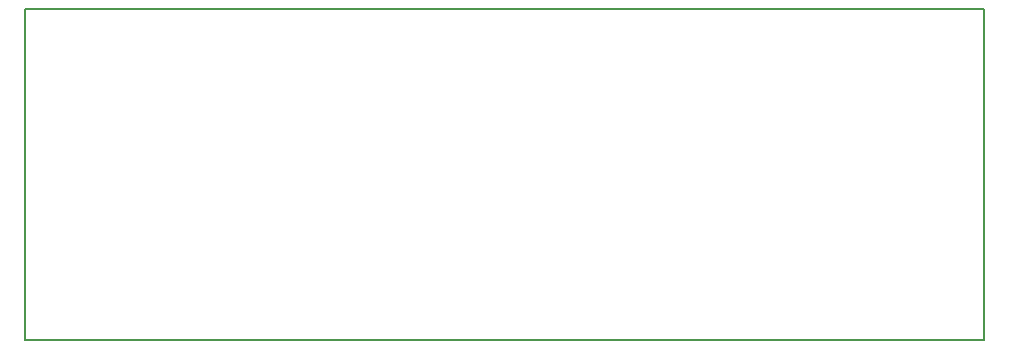
<source format=gbo>
G04 MADE WITH FRITZING*
G04 WWW.FRITZING.ORG*
G04 DOUBLE SIDED*
G04 HOLES PLATED*
G04 CONTOUR ON CENTER OF CONTOUR VECTOR*
%ASAXBY*%
%FSLAX23Y23*%
%MOIN*%
%OFA0B0*%
%SFA1.0B1.0*%
%ADD10R,3.205070X1.111990X3.189070X1.095990*%
%ADD11C,0.008000*%
%LNSILK0*%
G90*
G70*
G54D11*
X4Y1108D02*
X3201Y1108D01*
X3201Y4D01*
X4Y4D01*
X4Y1108D01*
D02*
G04 End of Silk0*
M02*
</source>
